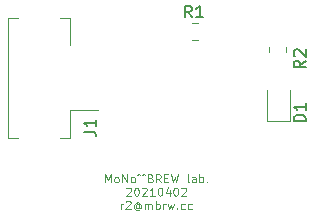
<source format=gbr>
G04 #@! TF.GenerationSoftware,KiCad,Pcbnew,5.1.9*
G04 #@! TF.CreationDate,2021-04-02T13:12:58+02:00*
G04 #@! TF.ProjectId,detectorHolder,64657465-6374-46f7-9248-6f6c6465722e,rev?*
G04 #@! TF.SameCoordinates,Original*
G04 #@! TF.FileFunction,Legend,Top*
G04 #@! TF.FilePolarity,Positive*
%FSLAX46Y46*%
G04 Gerber Fmt 4.6, Leading zero omitted, Abs format (unit mm)*
G04 Created by KiCad (PCBNEW 5.1.9) date 2021-04-02 13:12:58*
%MOMM*%
%LPD*%
G01*
G04 APERTURE LIST*
%ADD10C,0.080000*%
%ADD11C,0.120000*%
%ADD12C,0.150000*%
G04 APERTURE END LIST*
D10*
X110381000Y-112216666D02*
X110381000Y-111516666D01*
X110614333Y-112016666D01*
X110847666Y-111516666D01*
X110847666Y-112216666D01*
X111281000Y-112216666D02*
X111214333Y-112183333D01*
X111181000Y-112150000D01*
X111147666Y-112083333D01*
X111147666Y-111883333D01*
X111181000Y-111816666D01*
X111214333Y-111783333D01*
X111281000Y-111750000D01*
X111381000Y-111750000D01*
X111447666Y-111783333D01*
X111481000Y-111816666D01*
X111514333Y-111883333D01*
X111514333Y-112083333D01*
X111481000Y-112150000D01*
X111447666Y-112183333D01*
X111381000Y-112216666D01*
X111281000Y-112216666D01*
X111814333Y-112216666D02*
X111814333Y-111516666D01*
X112214333Y-112216666D01*
X112214333Y-111516666D01*
X112647666Y-112216666D02*
X112581000Y-112183333D01*
X112547666Y-112150000D01*
X112514333Y-112083333D01*
X112514333Y-111883333D01*
X112547666Y-111816666D01*
X112581000Y-111783333D01*
X112647666Y-111750000D01*
X112747666Y-111750000D01*
X112814333Y-111783333D01*
X112847666Y-111816666D01*
X112881000Y-111883333D01*
X112881000Y-112083333D01*
X112847666Y-112150000D01*
X112814333Y-112183333D01*
X112747666Y-112216666D01*
X112647666Y-112216666D01*
X113081000Y-111583333D02*
X113214333Y-111483333D01*
X113347666Y-111583333D01*
X113481000Y-111583333D02*
X113614333Y-111483333D01*
X113747666Y-111583333D01*
X114214333Y-111850000D02*
X114314333Y-111883333D01*
X114347666Y-111916666D01*
X114381000Y-111983333D01*
X114381000Y-112083333D01*
X114347666Y-112150000D01*
X114314333Y-112183333D01*
X114247666Y-112216666D01*
X113981000Y-112216666D01*
X113981000Y-111516666D01*
X114214333Y-111516666D01*
X114281000Y-111550000D01*
X114314333Y-111583333D01*
X114347666Y-111650000D01*
X114347666Y-111716666D01*
X114314333Y-111783333D01*
X114281000Y-111816666D01*
X114214333Y-111850000D01*
X113981000Y-111850000D01*
X115081000Y-112216666D02*
X114847666Y-111883333D01*
X114681000Y-112216666D02*
X114681000Y-111516666D01*
X114947666Y-111516666D01*
X115014333Y-111550000D01*
X115047666Y-111583333D01*
X115081000Y-111650000D01*
X115081000Y-111750000D01*
X115047666Y-111816666D01*
X115014333Y-111850000D01*
X114947666Y-111883333D01*
X114681000Y-111883333D01*
X115381000Y-111850000D02*
X115614333Y-111850000D01*
X115714333Y-112216666D02*
X115381000Y-112216666D01*
X115381000Y-111516666D01*
X115714333Y-111516666D01*
X115947666Y-111516666D02*
X116114333Y-112216666D01*
X116247666Y-111716666D01*
X116381000Y-112216666D01*
X116547666Y-111516666D01*
X117447666Y-112216666D02*
X117381000Y-112183333D01*
X117347666Y-112116666D01*
X117347666Y-111516666D01*
X118014333Y-112216666D02*
X118014333Y-111850000D01*
X117981000Y-111783333D01*
X117914333Y-111750000D01*
X117781000Y-111750000D01*
X117714333Y-111783333D01*
X118014333Y-112183333D02*
X117947666Y-112216666D01*
X117781000Y-112216666D01*
X117714333Y-112183333D01*
X117681000Y-112116666D01*
X117681000Y-112050000D01*
X117714333Y-111983333D01*
X117781000Y-111950000D01*
X117947666Y-111950000D01*
X118014333Y-111916666D01*
X118347666Y-112216666D02*
X118347666Y-111516666D01*
X118347666Y-111783333D02*
X118414333Y-111750000D01*
X118547666Y-111750000D01*
X118614333Y-111783333D01*
X118647666Y-111816666D01*
X118681000Y-111883333D01*
X118681000Y-112083333D01*
X118647666Y-112150000D01*
X118614333Y-112183333D01*
X118547666Y-112216666D01*
X118414333Y-112216666D01*
X118347666Y-112183333D01*
X118981000Y-112150000D02*
X119014333Y-112183333D01*
X118981000Y-112216666D01*
X118947666Y-112183333D01*
X118981000Y-112150000D01*
X118981000Y-112216666D01*
X112147666Y-112713333D02*
X112181000Y-112680000D01*
X112247666Y-112646666D01*
X112414333Y-112646666D01*
X112481000Y-112680000D01*
X112514333Y-112713333D01*
X112547666Y-112780000D01*
X112547666Y-112846666D01*
X112514333Y-112946666D01*
X112114333Y-113346666D01*
X112547666Y-113346666D01*
X112981000Y-112646666D02*
X113047666Y-112646666D01*
X113114333Y-112680000D01*
X113147666Y-112713333D01*
X113181000Y-112780000D01*
X113214333Y-112913333D01*
X113214333Y-113080000D01*
X113181000Y-113213333D01*
X113147666Y-113280000D01*
X113114333Y-113313333D01*
X113047666Y-113346666D01*
X112981000Y-113346666D01*
X112914333Y-113313333D01*
X112881000Y-113280000D01*
X112847666Y-113213333D01*
X112814333Y-113080000D01*
X112814333Y-112913333D01*
X112847666Y-112780000D01*
X112881000Y-112713333D01*
X112914333Y-112680000D01*
X112981000Y-112646666D01*
X113481000Y-112713333D02*
X113514333Y-112680000D01*
X113581000Y-112646666D01*
X113747666Y-112646666D01*
X113814333Y-112680000D01*
X113847666Y-112713333D01*
X113881000Y-112780000D01*
X113881000Y-112846666D01*
X113847666Y-112946666D01*
X113447666Y-113346666D01*
X113881000Y-113346666D01*
X114547666Y-113346666D02*
X114147666Y-113346666D01*
X114347666Y-113346666D02*
X114347666Y-112646666D01*
X114281000Y-112746666D01*
X114214333Y-112813333D01*
X114147666Y-112846666D01*
X114981000Y-112646666D02*
X115047666Y-112646666D01*
X115114333Y-112680000D01*
X115147666Y-112713333D01*
X115181000Y-112780000D01*
X115214333Y-112913333D01*
X115214333Y-113080000D01*
X115181000Y-113213333D01*
X115147666Y-113280000D01*
X115114333Y-113313333D01*
X115047666Y-113346666D01*
X114981000Y-113346666D01*
X114914333Y-113313333D01*
X114881000Y-113280000D01*
X114847666Y-113213333D01*
X114814333Y-113080000D01*
X114814333Y-112913333D01*
X114847666Y-112780000D01*
X114881000Y-112713333D01*
X114914333Y-112680000D01*
X114981000Y-112646666D01*
X115814333Y-112880000D02*
X115814333Y-113346666D01*
X115647666Y-112613333D02*
X115481000Y-113113333D01*
X115914333Y-113113333D01*
X116314333Y-112646666D02*
X116381000Y-112646666D01*
X116447666Y-112680000D01*
X116481000Y-112713333D01*
X116514333Y-112780000D01*
X116547666Y-112913333D01*
X116547666Y-113080000D01*
X116514333Y-113213333D01*
X116481000Y-113280000D01*
X116447666Y-113313333D01*
X116381000Y-113346666D01*
X116314333Y-113346666D01*
X116247666Y-113313333D01*
X116214333Y-113280000D01*
X116181000Y-113213333D01*
X116147666Y-113080000D01*
X116147666Y-112913333D01*
X116181000Y-112780000D01*
X116214333Y-112713333D01*
X116247666Y-112680000D01*
X116314333Y-112646666D01*
X116814333Y-112713333D02*
X116847666Y-112680000D01*
X116914333Y-112646666D01*
X117081000Y-112646666D01*
X117147666Y-112680000D01*
X117181000Y-112713333D01*
X117214333Y-112780000D01*
X117214333Y-112846666D01*
X117181000Y-112946666D01*
X116781000Y-113346666D01*
X117214333Y-113346666D01*
X111714333Y-114476666D02*
X111714333Y-114010000D01*
X111714333Y-114143333D02*
X111747666Y-114076666D01*
X111781000Y-114043333D01*
X111847666Y-114010000D01*
X111914333Y-114010000D01*
X112114333Y-113843333D02*
X112147666Y-113810000D01*
X112214333Y-113776666D01*
X112381000Y-113776666D01*
X112447666Y-113810000D01*
X112481000Y-113843333D01*
X112514333Y-113910000D01*
X112514333Y-113976666D01*
X112481000Y-114076666D01*
X112081000Y-114476666D01*
X112514333Y-114476666D01*
X113247666Y-114143333D02*
X113214333Y-114110000D01*
X113147666Y-114076666D01*
X113081000Y-114076666D01*
X113014333Y-114110000D01*
X112981000Y-114143333D01*
X112947666Y-114210000D01*
X112947666Y-114276666D01*
X112981000Y-114343333D01*
X113014333Y-114376666D01*
X113081000Y-114410000D01*
X113147666Y-114410000D01*
X113214333Y-114376666D01*
X113247666Y-114343333D01*
X113247666Y-114076666D02*
X113247666Y-114343333D01*
X113281000Y-114376666D01*
X113314333Y-114376666D01*
X113381000Y-114343333D01*
X113414333Y-114276666D01*
X113414333Y-114110000D01*
X113347666Y-114010000D01*
X113247666Y-113943333D01*
X113114333Y-113910000D01*
X112981000Y-113943333D01*
X112881000Y-114010000D01*
X112814333Y-114110000D01*
X112781000Y-114243333D01*
X112814333Y-114376666D01*
X112881000Y-114476666D01*
X112981000Y-114543333D01*
X113114333Y-114576666D01*
X113247666Y-114543333D01*
X113347666Y-114476666D01*
X113714333Y-114476666D02*
X113714333Y-114010000D01*
X113714333Y-114076666D02*
X113747666Y-114043333D01*
X113814333Y-114010000D01*
X113914333Y-114010000D01*
X113981000Y-114043333D01*
X114014333Y-114110000D01*
X114014333Y-114476666D01*
X114014333Y-114110000D02*
X114047666Y-114043333D01*
X114114333Y-114010000D01*
X114214333Y-114010000D01*
X114281000Y-114043333D01*
X114314333Y-114110000D01*
X114314333Y-114476666D01*
X114647666Y-114476666D02*
X114647666Y-113776666D01*
X114647666Y-114043333D02*
X114714333Y-114010000D01*
X114847666Y-114010000D01*
X114914333Y-114043333D01*
X114947666Y-114076666D01*
X114981000Y-114143333D01*
X114981000Y-114343333D01*
X114947666Y-114410000D01*
X114914333Y-114443333D01*
X114847666Y-114476666D01*
X114714333Y-114476666D01*
X114647666Y-114443333D01*
X115281000Y-114476666D02*
X115281000Y-114010000D01*
X115281000Y-114143333D02*
X115314333Y-114076666D01*
X115347666Y-114043333D01*
X115414333Y-114010000D01*
X115481000Y-114010000D01*
X115647666Y-114010000D02*
X115781000Y-114476666D01*
X115914333Y-114143333D01*
X116047666Y-114476666D01*
X116181000Y-114010000D01*
X116447666Y-114410000D02*
X116481000Y-114443333D01*
X116447666Y-114476666D01*
X116414333Y-114443333D01*
X116447666Y-114410000D01*
X116447666Y-114476666D01*
X117081000Y-114443333D02*
X117014333Y-114476666D01*
X116881000Y-114476666D01*
X116814333Y-114443333D01*
X116781000Y-114410000D01*
X116747666Y-114343333D01*
X116747666Y-114143333D01*
X116781000Y-114076666D01*
X116814333Y-114043333D01*
X116881000Y-114010000D01*
X117014333Y-114010000D01*
X117081000Y-114043333D01*
X117681000Y-114443333D02*
X117614333Y-114476666D01*
X117481000Y-114476666D01*
X117414333Y-114443333D01*
X117381000Y-114410000D01*
X117347666Y-114343333D01*
X117347666Y-114143333D01*
X117381000Y-114076666D01*
X117414333Y-114043333D01*
X117481000Y-114010000D01*
X117614333Y-114010000D01*
X117681000Y-114043333D01*
D11*
X125703000Y-101170064D02*
X125703000Y-100715936D01*
X124233000Y-101170064D02*
X124233000Y-100715936D01*
X125973000Y-107038000D02*
X125973000Y-104353000D01*
X124053000Y-107038000D02*
X125973000Y-107038000D01*
X124053000Y-104353000D02*
X124053000Y-107038000D01*
X102153000Y-98268000D02*
X103003000Y-98268000D01*
X102153000Y-108438000D02*
X102153000Y-98268000D01*
X103003000Y-108438000D02*
X102153000Y-108438000D01*
X107373000Y-98268000D02*
X107373000Y-100593000D01*
X106523000Y-98268000D02*
X107373000Y-98268000D01*
X107373000Y-106113000D02*
X109763000Y-106113000D01*
X107373000Y-108438000D02*
X107373000Y-106113000D01*
X106523000Y-108438000D02*
X107373000Y-108438000D01*
X118241578Y-98731000D02*
X117724422Y-98731000D01*
X118241578Y-100151000D02*
X117724422Y-100151000D01*
D12*
X127325380Y-101893666D02*
X126849190Y-102227000D01*
X127325380Y-102465095D02*
X126325380Y-102465095D01*
X126325380Y-102084142D01*
X126373000Y-101988904D01*
X126420619Y-101941285D01*
X126515857Y-101893666D01*
X126658714Y-101893666D01*
X126753952Y-101941285D01*
X126801571Y-101988904D01*
X126849190Y-102084142D01*
X126849190Y-102465095D01*
X126420619Y-101512714D02*
X126373000Y-101465095D01*
X126325380Y-101369857D01*
X126325380Y-101131761D01*
X126373000Y-101036523D01*
X126420619Y-100988904D01*
X126515857Y-100941285D01*
X126611095Y-100941285D01*
X126753952Y-100988904D01*
X127325380Y-101560333D01*
X127325380Y-100941285D01*
X127325380Y-107037095D02*
X126325380Y-107037095D01*
X126325380Y-106799000D01*
X126373000Y-106656142D01*
X126468238Y-106560904D01*
X126563476Y-106513285D01*
X126753952Y-106465666D01*
X126896809Y-106465666D01*
X127087285Y-106513285D01*
X127182523Y-106560904D01*
X127277761Y-106656142D01*
X127325380Y-106799000D01*
X127325380Y-107037095D01*
X127325380Y-105513285D02*
X127325380Y-106084714D01*
X127325380Y-105799000D02*
X126325380Y-105799000D01*
X126468238Y-105894238D01*
X126563476Y-105989476D01*
X126611095Y-106084714D01*
X108545380Y-107902333D02*
X109259666Y-107902333D01*
X109402523Y-107949952D01*
X109497761Y-108045190D01*
X109545380Y-108188047D01*
X109545380Y-108283285D01*
X109545380Y-106902333D02*
X109545380Y-107473761D01*
X109545380Y-107188047D02*
X108545380Y-107188047D01*
X108688238Y-107283285D01*
X108783476Y-107378523D01*
X108831095Y-107473761D01*
X117689333Y-98242380D02*
X117356000Y-97766190D01*
X117117904Y-98242380D02*
X117117904Y-97242380D01*
X117498857Y-97242380D01*
X117594095Y-97290000D01*
X117641714Y-97337619D01*
X117689333Y-97432857D01*
X117689333Y-97575714D01*
X117641714Y-97670952D01*
X117594095Y-97718571D01*
X117498857Y-97766190D01*
X117117904Y-97766190D01*
X118641714Y-98242380D02*
X118070285Y-98242380D01*
X118356000Y-98242380D02*
X118356000Y-97242380D01*
X118260761Y-97385238D01*
X118165523Y-97480476D01*
X118070285Y-97528095D01*
M02*

</source>
